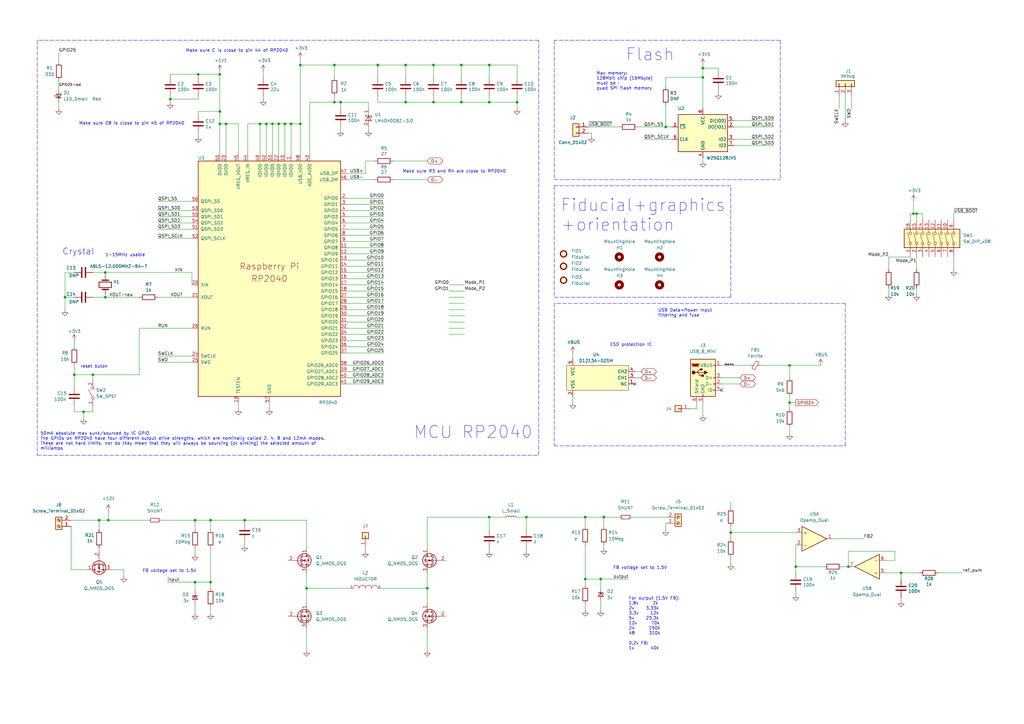
<source format=kicad_sch>
(kicad_sch (version 20211123) (generator eeschema)
  (paper "A3")
  (title_block (date "2022-12-24"))
  (junction (at 326.39 232.41))
  (junction (at 114.3 50.8))
  (junction (at 466.09 184.15))
  (junction (at 240.03 237.49))
  (junction (at 593.09 231.14))
  (junction (at 40.64 213.36))
  (junction (at 81.28 30.48))
  (junction (at 123.19 26.67))
  (junction (at 38.1 153.67))
  (junction (at 466.09 137.16))
  (junction (at 177.8 26.67))
  (junction (at 90.17 50.8))
  (junction (at 43.18 121.92))
  (junction (at 215.9 212.09))
  (junction (at 86.36 238.76))
  (junction (at 189.23 41.91))
  (junction (at 273.05 52.07))
  (junction (at 523.24 158.75))
  (junction (at 571.5 193.04))
  (junction (at 166.37 26.67))
  (junction (at 200.66 212.09))
  (junction (at 43.18 111.76))
  (junction (at 576.58 137.16))
  (junction (at 571.5 228.6))
  (junction (at 593.09 195.58))
  (junction (at 323.85 149.86))
  (junction (at 86.36 213.36))
  (junction (at 154.94 26.67))
  (junction (at 90.17 45.72))
  (junction (at 288.29 27.94))
  (junction (at 90.17 30.48))
  (junction (at 374.65 87.63))
  (junction (at 247.65 212.09))
  (junction (at 567.69 137.16))
  (junction (at 375.92 87.63))
  (junction (at 34.29 168.91))
  (junction (at 495.3 173.99))
  (junction (at 177.8 41.91))
  (junction (at 558.8 156.21))
  (junction (at 189.23 26.67))
  (junction (at 554.99 193.04))
  (junction (at 166.37 41.91))
  (junction (at 80.01 213.36))
  (junction (at 116.84 50.8))
  (junction (at 175.26 241.3))
  (junction (at 480.06 137.16))
  (junction (at 558.8 137.16))
  (junction (at 125.73 241.3))
  (junction (at 26.67 121.92))
  (junction (at 473.71 173.99))
  (junction (at 123.19 50.8))
  (junction (at 109.22 50.8))
  (junction (at 69.85 40.64))
  (junction (at 137.16 41.91))
  (junction (at 554.99 228.6))
  (junction (at 80.01 238.76))
  (junction (at 106.68 50.8))
  (junction (at 246.38 237.49))
  (junction (at 30.48 153.67))
  (junction (at 240.03 212.09))
  (junction (at 139.7 41.91))
  (junction (at 473.71 137.16))
  (junction (at 111.76 50.8))
  (junction (at 488.95 137.16))
  (junction (at 92.71 50.8))
  (junction (at 200.66 41.91))
  (junction (at 44.45 213.36))
  (junction (at 137.16 26.67))
  (junction (at 299.72 218.44))
  (junction (at 100.33 213.36))
  (junction (at 369.57 234.95))
  (junction (at 288.29 31.75))
  (junction (at 505.46 137.16))
  (junction (at 347.98 232.41))
  (junction (at 323.85 165.1))
  (junction (at 200.66 26.67))
  (junction (at 119.38 50.8))
  (junction (at 212.09 41.91))
  (no_connect (at 295.91 160.02))
  (no_connect (at 260.35 157.48))
  (polyline (pts (xy 227.33 16.51) (xy 227.33 73.66)))
  (wire (pts (xy 80.01 247.65) (xy 80.01 251.46)))
  (wire (pts (xy 142.24 106.68) (xy 157.48 106.68)))
  (wire (pts (xy 299.72 231.14) (xy 299.72 228.6)))
  (wire (pts (xy 125.73 257.81) (xy 125.73 266.7)))
  (wire (pts (xy 375.92 120.65) (xy 375.92 118.11)))
  (wire (pts (xy 567.69 137.16) (xy 576.58 137.16)))
  (wire (pts (xy 34.29 168.91) (xy 30.48 168.91)))
  (wire (pts (xy 109.22 50.8) (xy 111.76 50.8)))
  (wire (pts (xy 457.2 133.35) (xy 457.2 137.16)))
  (wire (pts (xy 40.64 213.36) (xy 40.64 217.17)))
  (wire (pts (xy 300.99 52.07) (xy 317.5 52.07)))
  (wire (pts (xy 38.1 153.67) (xy 57.15 153.67)))
  (wire (pts (xy 323.85 149.86) (xy 323.85 154.94)))
  (wire (pts (xy 142.24 71.12) (xy 149.86 71.12)))
  (wire (pts (xy 571.5 193.04) (xy 571.5 186.69)))
  (wire (pts (xy 100.33 222.25) (xy 100.33 223.52)))
  (polyline (pts (xy 227.33 76.2) (xy 227.33 121.92)))
  (wire (pts (xy 142.24 129.54) (xy 157.48 129.54)))
  (wire (pts (xy 273.05 35.56) (xy 273.05 31.75)))
  (wire (pts (xy 567.69 137.16) (xy 567.69 142.24)))
  (wire (pts (xy 116.84 50.8) (xy 119.38 50.8)))
  (wire (pts (xy 571.5 228.6) (xy 568.96 228.6)))
  (wire (pts (xy 299.72 215.9) (xy 299.72 218.44)))
  (wire (pts (xy 264.16 57.15) (xy 275.59 57.15)))
  (wire (pts (xy 30.48 153.67) (xy 30.48 158.75)))
  (wire (pts (xy 142.24 116.84) (xy 157.48 116.84)))
  (wire (pts (xy 373.38 90.17) (xy 373.38 87.63)))
  (wire (pts (xy 299.72 218.44) (xy 326.39 218.44)))
  (wire (pts (xy 24.13 21.59) (xy 24.13 25.4)))
  (wire (pts (xy 90.17 45.72) (xy 90.17 50.8)))
  (wire (pts (xy 123.19 63.5) (xy 123.19 50.8)))
  (wire (pts (xy 123.19 24.13) (xy 123.19 26.67)))
  (wire (pts (xy 347.98 226.06) (xy 367.03 226.06)))
  (wire (pts (xy 523.24 158.75) (xy 525.78 158.75)))
  (wire (pts (xy 34.29 168.91) (xy 34.29 171.45)))
  (wire (pts (xy 64.77 91.44) (xy 78.74 91.44)))
  (wire (pts (xy 558.8 137.16) (xy 567.69 137.16)))
  (wire (pts (xy 38.1 166.37) (xy 38.1 168.91)))
  (wire (pts (xy 24.13 33.02) (xy 24.13 36.83)))
  (wire (pts (xy 90.17 29.21) (xy 90.17 30.48)))
  (wire (pts (xy 125.73 213.36) (xy 100.33 213.36)))
  (wire (pts (xy 142.24 88.9) (xy 157.48 88.9)))
  (wire (pts (xy 273.05 31.75) (xy 288.29 31.75)))
  (wire (pts (xy 488.95 149.86) (xy 488.95 151.13)))
  (wire (pts (xy 364.49 105.41) (xy 364.49 110.49)))
  (wire (pts (xy 472.44 137.16) (xy 473.71 137.16)))
  (wire (pts (xy 142.24 149.86) (xy 157.48 149.86)))
  (wire (pts (xy 166.37 26.67) (xy 166.37 31.75)))
  (wire (pts (xy 341.63 220.98) (xy 354.33 220.98)))
  (wire (pts (xy 200.66 41.91) (xy 212.09 41.91)))
  (wire (pts (xy 86.36 224.79) (xy 86.36 238.76)))
  (wire (pts (xy 26.67 111.76) (xy 30.48 111.76)))
  (wire (pts (xy 142.24 96.52) (xy 157.48 96.52)))
  (wire (pts (xy 593.09 233.68) (xy 593.09 231.14)))
  (wire (pts (xy 247.65 212.09) (xy 240.03 212.09)))
  (wire (pts (xy 60.96 213.36) (xy 44.45 213.36)))
  (wire (pts (xy 92.71 50.8) (xy 90.17 50.8)))
  (wire (pts (xy 374.65 82.55) (xy 374.65 87.63)))
  (polyline (pts (xy 15.24 186.69) (xy 220.98 186.69)))
  (wire (pts (xy 29.21 233.68) (xy 29.21 215.9)))
  (wire (pts (xy 207.01 212.09) (xy 200.66 212.09)))
  (wire (pts (xy 69.85 40.64) (xy 81.28 40.64)))
  (wire (pts (xy 69.85 40.64) (xy 69.85 41.91)))
  (wire (pts (xy 86.36 213.36) (xy 80.01 213.36)))
  (wire (pts (xy 576.58 137.16) (xy 576.58 142.24)))
  (wire (pts (xy 125.73 224.79) (xy 125.73 213.36)))
  (wire (pts (xy 26.67 111.76) (xy 26.67 121.92)))
  (wire (pts (xy 300.99 49.53) (xy 317.5 49.53)))
  (wire (pts (xy 246.38 246.38) (xy 246.38 250.19)))
  (wire (pts (xy 125.73 241.3) (xy 125.73 234.95)))
  (wire (pts (xy 149.86 224.79) (xy 149.86 226.06)))
  (wire (pts (xy 558.8 151.13) (xy 558.8 156.21)))
  (wire (pts (xy 288.29 26.67) (xy 288.29 27.94)))
  (wire (pts (xy 261.62 52.07) (xy 273.05 52.07)))
  (wire (pts (xy 114.3 63.5) (xy 114.3 50.8)))
  (wire (pts (xy 69.85 30.48) (xy 81.28 30.48)))
  (wire (pts (xy 480.06 137.16) (xy 480.06 142.24)))
  (wire (pts (xy 142.24 99.06) (xy 157.48 99.06)))
  (wire (pts (xy 240.03 212.09) (xy 240.03 215.9)))
  (wire (pts (xy 78.74 146.05) (xy 64.77 146.05)))
  (wire (pts (xy 97.79 165.1) (xy 97.79 167.64)))
  (wire (pts (xy 295.91 157.48) (xy 303.53 157.48)))
  (wire (pts (xy 212.09 41.91) (xy 212.09 44.45)))
  (wire (pts (xy 123.19 26.67) (xy 137.16 26.67)))
  (wire (pts (xy 323.85 177.8) (xy 323.85 175.26)))
  (wire (pts (xy 38.1 153.67) (xy 38.1 156.21)))
  (wire (pts (xy 38.1 121.92) (xy 43.18 121.92)))
  (wire (pts (xy 90.17 30.48) (xy 90.17 45.72)))
  (wire (pts (xy 142.24 144.78) (xy 157.48 144.78)))
  (wire (pts (xy 142.24 119.38) (xy 157.48 119.38)))
  (wire (pts (xy 466.09 196.85) (xy 466.09 198.12)))
  (wire (pts (xy 495.3 181.61) (xy 495.3 173.99)))
  (wire (pts (xy 608.33 195.58) (xy 618.49 195.58)))
  (wire (pts (xy 184.15 132.08) (xy 190.5 132.08)))
  (wire (pts (xy 142.24 111.76) (xy 157.48 111.76)))
  (wire (pts (xy 80.01 213.36) (xy 66.04 213.36)))
  (wire (pts (xy 495.3 173.99) (xy 495.3 172.72)))
  (polyline (pts (xy 320.04 16.51) (xy 320.04 73.66)))
  (wire (pts (xy 142.24 152.4) (xy 157.48 152.4)))
  (wire (pts (xy 78.74 134.62) (xy 57.15 134.62)))
  (wire (pts (xy 90.17 50.8) (xy 90.17 63.5)))
  (wire (pts (xy 142.24 91.44) (xy 157.48 91.44)))
  (wire (pts (xy 273.05 52.07) (xy 275.59 52.07)))
  (wire (pts (xy 571.5 186.69) (xy 590.55 186.69)))
  (wire (pts (xy 151.13 41.91) (xy 139.7 41.91)))
  (wire (pts (xy 571.5 228.6) (xy 571.5 222.25)))
  (wire (pts (xy 505.46 153.67) (xy 505.46 158.75)))
  (wire (pts (xy 142.24 139.7) (xy 157.48 139.7)))
  (wire (pts (xy 346.71 39.37) (xy 346.71 49.53)))
  (wire (pts (xy 64.77 88.9) (xy 78.74 88.9)))
  (wire (pts (xy 142.24 124.46) (xy 157.48 124.46)))
  (wire (pts (xy 189.23 26.67) (xy 177.8 26.67)))
  (wire (pts (xy 363.22 234.95) (xy 369.57 234.95)))
  (wire (pts (xy 154.94 26.67) (xy 166.37 26.67)))
  (wire (pts (xy 369.57 234.95) (xy 377.19 234.95)))
  (polyline (pts (xy 320.04 16.51) (xy 227.33 16.51)))
  (wire (pts (xy 554.99 203.2) (xy 554.99 204.47)))
  (wire (pts (xy 326.39 232.41) (xy 326.39 223.52)))
  (wire (pts (xy 480.06 149.86) (xy 480.06 151.13)))
  (wire (pts (xy 391.16 105.41) (xy 391.16 110.49)))
  (wire (pts (xy 200.66 39.37) (xy 200.66 41.91)))
  (wire (pts (xy 505.46 137.16) (xy 518.16 137.16)))
  (wire (pts (xy 189.23 41.91) (xy 177.8 41.91)))
  (wire (pts (xy 40.64 224.79) (xy 40.64 226.06)))
  (wire (pts (xy 364.49 105.41) (xy 373.38 105.41)))
  (wire (pts (xy 254 212.09) (xy 247.65 212.09)))
  (wire (pts (xy 200.66 26.67) (xy 212.09 26.67)))
  (wire (pts (xy 97.79 63.5) (xy 97.79 50.8)))
  (wire (pts (xy 567.69 149.86) (xy 567.69 151.13)))
  (wire (pts (xy 184.15 116.84) (xy 190.5 116.84)))
  (wire (pts (xy 35.56 233.68) (xy 29.21 233.68)))
  (polyline (pts (xy 299.72 121.92) (xy 299.72 76.2)))
  (wire (pts (xy 149.86 66.04) (xy 149.86 71.12)))
  (wire (pts (xy 369.57 245.11) (xy 369.57 246.38)))
  (wire (pts (xy 375.92 105.41) (xy 375.92 110.49)))
  (wire (pts (xy 586.74 231.14) (xy 593.09 231.14)))
  (wire (pts (xy 184.15 119.38) (xy 190.5 119.38)))
  (wire (pts (xy 285.75 165.1) (xy 285.75 167.64)))
  (wire (pts (xy 246.38 237.49) (xy 246.38 241.3)))
  (wire (pts (xy 142.24 114.3) (xy 157.48 114.3)))
  (wire (pts (xy 78.74 148.59) (xy 64.77 148.59)))
  (wire (pts (xy 81.28 40.64) (xy 81.28 39.37)))
  (wire (pts (xy 480.06 137.16) (xy 488.95 137.16)))
  (polyline (pts (xy 15.24 16.51) (xy 15.24 186.69)))
  (wire (pts (xy 81.28 31.75) (xy 81.28 30.48)))
  (wire (pts (xy 375.92 87.63) (xy 378.46 87.63)))
  (wire (pts (xy 473.71 173.99) (xy 478.79 173.99)))
  (wire (pts (xy 80.01 227.33) (xy 80.01 224.79)))
  (wire (pts (xy 533.4 158.75) (xy 535.94 158.75)))
  (wire (pts (xy 473.71 173.99) (xy 473.71 165.1)))
  (wire (pts (xy 64.77 121.92) (xy 78.74 121.92)))
  (wire (pts (xy 142.24 81.28) (xy 157.48 81.28)))
  (wire (pts (xy 156.21 241.3) (xy 175.26 241.3)))
  (wire (pts (xy 177.8 41.91) (xy 166.37 41.91)))
  (wire (pts (xy 137.16 26.67) (xy 154.94 26.67)))
  (wire (pts (xy 86.36 251.46) (xy 86.36 248.92)))
  (wire (pts (xy 240.03 212.09) (xy 215.9 212.09)))
  (wire (pts (xy 554.99 231.14) (xy 554.99 228.6)))
  (wire (pts (xy 200.66 26.67) (xy 189.23 26.67)))
  (wire (pts (xy 142.24 142.24) (xy 157.48 142.24)))
  (wire (pts (xy 215.9 212.09) (xy 212.09 212.09)))
  (wire (pts (xy 473.71 137.16) (xy 480.06 137.16)))
  (wire (pts (xy 247.65 224.79) (xy 247.65 223.52)))
  (wire (pts (xy 119.38 50.8) (xy 123.19 50.8)))
  (wire (pts (xy 288.29 165.1) (xy 288.29 170.18)))
  (wire (pts (xy 234.95 165.1) (xy 234.95 162.56)))
  (wire (pts (xy 491.49 181.61) (xy 495.3 181.61)))
  (wire (pts (xy 378.46 87.63) (xy 378.46 90.17)))
  (wire (pts (xy 64.77 86.36) (xy 78.74 86.36)))
  (wire (pts (xy 273.05 43.18) (xy 273.05 52.07)))
  (wire (pts (xy 142.24 137.16) (xy 157.48 137.16)))
  (wire (pts (xy 161.29 66.04) (xy 175.26 66.04)))
  (wire (pts (xy 554.99 195.58) (xy 554.99 193.04)))
  (wire (pts (xy 367.03 226.06) (xy 367.03 229.87)))
  (wire (pts (xy 151.13 41.91) (xy 151.13 44.45)))
  (wire (pts (xy 486.41 173.99) (xy 495.3 173.99)))
  (wire (pts (xy 561.34 193.04) (xy 554.99 193.04)))
  (wire (pts (xy 24.13 41.91) (xy 24.13 44.45)))
  (polyline (pts (xy 227.33 73.66) (xy 320.04 73.66)))
  (wire (pts (xy 139.7 44.45) (xy 139.7 41.91)))
  (wire (pts (xy 212.09 39.37) (xy 212.09 41.91)))
  (wire (pts (xy 177.8 26.67) (xy 177.8 31.75)))
  (wire (pts (xy 142.24 157.48) (xy 157.48 157.48)))
  (wire (pts (xy 142.24 154.94) (xy 157.48 154.94)))
  (wire (pts (xy 260.35 154.94) (xy 262.89 154.94)))
  (wire (pts (xy 294.64 36.83) (xy 294.64 38.1)))
  (wire (pts (xy 30.48 139.7) (xy 30.48 142.24)))
  (wire (pts (xy 57.15 134.62) (xy 57.15 153.67)))
  (wire (pts (xy 81.28 46.99) (xy 81.28 45.72)))
  (wire (pts (xy 123.19 26.67) (xy 123.19 50.8)))
  (wire (pts (xy 81.28 30.48) (xy 90.17 30.48)))
  (wire (pts (xy 107.95 39.37) (xy 107.95 40.64)))
  (wire (pts (xy 323.85 165.1) (xy 323.85 167.64)))
  (wire (pts (xy 43.18 121.92) (xy 57.15 121.92)))
  (wire (pts (xy 142.24 121.92) (xy 157.48 121.92)))
  (wire (pts (xy 142.24 127) (xy 157.48 127)))
  (wire (pts (xy 323.85 149.86) (xy 336.55 149.86)))
  (wire (pts (xy 166.37 41.91) (xy 154.94 41.91)))
  (wire (pts (xy 212.09 31.75) (xy 212.09 26.67)))
  (wire (pts (xy 30.48 153.67) (xy 38.1 153.67)))
  (wire (pts (xy 551.18 193.04) (xy 554.99 193.04)))
  (wire (pts (xy 175.26 212.09) (xy 175.26 224.79)))
  (wire (pts (xy 247.65 212.09) (xy 247.65 215.9)))
  (wire (pts (xy 466.09 184.15) (xy 466.09 189.23)))
  (wire (pts (xy 593.09 205.74) (xy 593.09 207.01)))
  (wire (pts (xy 30.48 166.37) (xy 30.48 168.91)))
  (wire (pts (xy 295.91 149.86) (xy 307.34 149.86)))
  (wire (pts (xy 466.09 137.16) (xy 467.36 137.16)))
  (wire (pts (xy 558.8 137.16) (xy 558.8 143.51)))
  (wire (pts (xy 184.15 134.62) (xy 190.5 134.62)))
  (wire (pts (xy 125.73 247.65) (xy 125.73 241.3)))
  (wire (pts (xy 590.55 226.06) (xy 586.74 226.06)))
  (wire (pts (xy 473.71 157.48) (xy 473.71 137.16)))
  (wire (pts (xy 127 41.91) (xy 137.16 41.91)))
  (wire (pts (xy 551.18 161.29) (xy 551.18 193.04)))
  (wire (pts (xy 81.28 54.61) (xy 81.28 55.88)))
  (wire (pts (xy 78.74 116.84) (xy 78.74 111.76)))
  (wire (pts (xy 86.36 238.76) (xy 80.01 238.76)))
  (wire (pts (xy 294.64 27.94) (xy 288.29 27.94)))
  (wire (pts (xy 373.38 87.63) (xy 374.65 87.63)))
  (wire (pts (xy 38.1 111.76) (xy 43.18 111.76)))
  (wire (pts (xy 106.68 63.5) (xy 106.68 50.8)))
  (wire (pts (xy 184.15 121.92) (xy 190.5 121.92)))
  (wire (pts (xy 273.05 212.09) (xy 259.08 212.09)))
  (wire (pts (xy 476.25 179.07) (xy 473.71 179.07)))
  (wire (pts (xy 347.98 232.41) (xy 347.98 226.06)))
  (wire (pts (xy 586.74 195.58) (xy 593.09 195.58)))
  (wire (pts (xy 142.24 83.82) (xy 157.48 83.82)))
  (wire (pts (xy 326.39 242.57) (xy 326.39 243.84)))
  (wire (pts (xy 283.21 167.64) (xy 285.75 167.64)))
  (wire (pts (xy 488.95 137.16) (xy 505.46 137.16)))
  (wire (pts (xy 92.71 63.5) (xy 92.71 50.8)))
  (wire (pts (xy 571.5 222.25) (xy 590.55 222.25)))
  (wire (pts (xy 374.65 87.63) (xy 375.92 87.63)))
  (wire (pts (xy 384.81 234.95) (xy 394.97 234.95)))
  (wire (pts (xy 139.7 41.91) (xy 137.16 41.91)))
  (wire (pts (xy 466.09 137.16) (xy 466.09 157.48)))
  (wire (pts (xy 457.2 137.16) (xy 466.09 137.16)))
  (wire (pts (xy 78.74 97.79) (xy 64.77 97.79)))
  (wire (pts (xy 200.66 212.09) (xy 200.66 217.17)))
  (wire (pts (xy 109.22 63.5) (xy 109.22 50.8)))
  (wire (pts (xy 240.03 237.49) (xy 246.38 237.49)))
  (wire (pts (xy 69.85 31.75) (xy 69.85 30.48)))
  (wire (pts (xy 312.42 149.86) (xy 323.85 149.86)))
  (wire (pts (xy 367.03 229.87) (xy 363.22 229.87)))
  (wire (pts (xy 295.91 154.94) (xy 303.53 154.94)))
  (wire (pts (xy 593.09 195.58) (xy 600.71 195.58)))
  (wire (pts (xy 576.58 137.16) (xy 588.01 137.16)))
  (wire (pts (xy 40.64 213.36) (xy 29.21 213.36)))
  (wire (pts (xy 110.49 165.1) (xy 110.49 167.64)))
  (wire (pts (xy 106.68 50.8) (xy 109.22 50.8)))
  (wire (pts (xy 200.66 41.91) (xy 189.23 41.91)))
  (wire (pts (xy 38.1 168.91) (xy 34.29 168.91)))
  (wire (pts (xy 26.67 121.92) (xy 30.48 121.92)))
  (wire (pts (xy 44.45 213.36) (xy 40.64 213.36)))
  (wire (pts (xy 43.18 113.03) (xy 43.18 111.76)))
  (wire (pts (xy 500.38 172.72) (xy 500.38 228.6)))
  (wire (pts (xy 558.8 156.21) (xy 558.8 158.75)))
  (wire (pts (xy 139.7 52.07) (xy 139.7 53.34)))
  (wire (pts (xy 175.26 234.95) (xy 175.26 241.3)))
  (wire (pts (xy 323.85 162.56) (xy 323.85 165.1)))
  (wire (pts (xy 184.15 129.54) (xy 190.5 129.54)))
  (wire (pts (xy 189.23 39.37) (xy 189.23 41.91)))
  (wire (pts (xy 101.6 63.5) (xy 101.6 50.8)))
  (wire (pts (xy 523.24 144.78) (xy 523.24 158.75)))
  (wire (pts (xy 26.67 121.92) (xy 26.67 127)))
  (wire (pts (xy 528.32 137.16) (xy 558.8 137.16)))
  (wire (pts (xy 43.18 111.76) (xy 78.74 111.76)))
  (wire (pts (xy 154.94 26.67) (xy 154.94 31.75)))
  (wire (pts (xy 234.95 144.78) (xy 234.95 147.32)))
  (wire (pts (xy 288.29 64.77) (xy 288.29 66.04)))
  (wire (pts (xy 142.24 101.6) (xy 157.48 101.6)))
  (wire (pts (xy 142.24 109.22) (xy 157.48 109.22)))
  (wire (pts (xy 44.45 209.55) (xy 44.45 213.36)))
  (polyline (pts (xy 227.33 182.88) (xy 346.71 182.88)))
  (wire (pts (xy 125.73 241.3) (xy 143.51 241.3)))
  (wire (pts (xy 505.46 137.16) (xy 505.46 143.51)))
  (wire (pts (xy 50.8 233.68) (xy 45.72 233.68)))
  (wire (pts (xy 375.92 87.63) (xy 375.92 90.17)))
  (wire (pts (xy 608.33 231.14) (xy 618.49 231.14)))
  (wire (pts (xy 215.9 212.09) (xy 215.9 217.17)))
  (wire (pts (xy 142.24 73.66) (xy 153.67 73.66)))
  (wire (pts (xy 241.3 52.07) (xy 254 52.07)))
  (wire (pts (xy 175.26 241.3) (xy 175.26 247.65)))
  (polyline (pts (xy 227.33 124.46) (xy 227.33 182.88)))
  (wire (pts (xy 137.16 26.67) (xy 137.16 31.75)))
  (wire (pts (xy 554.99 238.76) (xy 554.99 240.03)))
  (wire (pts (xy 473.71 179.07) (xy 473.71 173.99)))
  (wire (pts (xy 154.94 39.37) (xy 154.94 41.91)))
  (polyline (pts (xy 220.98 186.69) (xy 220.98 16.51)))
  (wire (pts (xy 43.18 120.65) (xy 43.18 121.92)))
  (wire (pts (xy 369.57 237.49) (xy 369.57 234.95)))
  (wire (pts (xy 241.3 54.61) (xy 242.57 54.61)))
  (wire (pts (xy 184.15 124.46) (xy 190.5 124.46)))
  (wire (pts (xy 488.95 137.16) (xy 488.95 142.24)))
  (wire (pts (xy 177.8 26.67) (xy 166.37 26.67)))
  (wire (pts (xy 64.77 93.98) (xy 78.74 93.98)))
  (wire (pts (xy 200.66 26.67) (xy 200.66 31.75)))
  (wire (pts (xy 240.03 223.52) (xy 240.03 237.49)))
  (wire (pts (xy 590.55 222.25) (xy 590.55 226.06)))
  (wire (pts (xy 242.57 54.61) (xy 242.57 55.88)))
  (wire (pts (xy 142.24 132.08) (xy 157.48 132.08)))
  (wire (pts (xy 466.09 165.1) (xy 466.09 184.15)))
  (wire (pts (xy 391.16 87.63) (xy 391.16 90.17)))
  (wire (pts (xy 337.82 232.41) (xy 326.39 232.41)))
  (wire (pts (xy 50.8 233.68) (xy 50.8 236.22)))
  (wire (pts (xy 323.85 165.1) (xy 326.39 165.1)))
  (wire (pts (xy 137.16 41.91) (xy 137.16 39.37)))
  (wire (pts (xy 246.38 237.49) (xy 257.81 237.49)))
  (wire (pts (xy 497.84 148.59) (xy 497.84 157.48)))
  (wire (pts (xy 288.29 31.75) (xy 288.29 44.45)))
  (wire (pts (xy 175.26 212.09) (xy 200.66 212.09)))
  (wire (pts (xy 69.85 39.37) (xy 69.85 40.64)))
  (wire (pts (xy 500.38 228.6) (xy 554.99 228.6)))
  (wire (pts (xy 107.95 29.21) (xy 107.95 31.75)))
  (wire (pts (xy 189.23 26.67) (xy 189.23 31.75)))
  (polyline (pts (xy 346.71 124.46) (xy 227.33 124.46)))
  (wire (pts (xy 240.03 237.49) (xy 240.03 240.03)))
  (wire (pts (xy 476.25 184.15) (xy 466.09 184.15)))
  (wire (pts (xy 344.17 39.37) (xy 344.17 44.45)))
  (wire (pts (xy 142.24 134.62) (xy 157.48 134.62)))
  (wire (pts (xy 184.15 137.16) (xy 190.5 137.16)))
  (wire (pts (xy 111.76 50.8) (xy 114.3 50.8)))
  (wire (pts (xy 571.5 193.04) (xy 568.96 193.04)))
  (wire (pts (xy 161.29 73.66) (xy 175.26 73.66)))
  (wire (pts (xy 349.25 39.37) (xy 349.25 44.45)))
  (wire (pts (xy 80.01 213.36) (xy 80.01 217.17)))
  (wire (pts (xy 288.29 27.94) (xy 288.29 31.75)))
  (wire (pts (xy 149.86 66.04) (xy 153.67 66.04)))
  (wire (pts (xy 142.24 104.14) (xy 157.48 104.14)))
  (wire (pts (xy 364.49 120.65) (xy 364.49 118.11)))
  (wire (pts (xy 260.35 152.4) (xy 262.89 152.4)))
  (wire (pts (xy 142.24 86.36) (xy 157.48 86.36)))
  (wire (pts (xy 215.9 224.79) (xy 215.9 226.06)))
  (wire (pts (xy 142.24 93.98) (xy 157.48 93.98)))
  (wire (pts (xy 593.09 241.3) (xy 593.09 242.57)))
  (wire (pts (xy 100.33 213.36) (xy 86.36 213.36)))
  (wire (pts (xy 116.84 63.5) (xy 116.84 50.8)))
  (wire (pts (xy 326.39 234.95) (xy 326.39 232.41)))
  (wire (pts (xy 590.55 186.69) (xy 590.55 190.5)))
  (wire (pts (xy 111.76 63.5) (xy 111.76 50.8)))
  (wire (pts (xy 554.99 228.6) (xy 561.34 228.6)))
  (wire (pts (xy 101.6 50.8) (xy 106.68 50.8)))
  (wire (pts (xy 127 63.5) (xy 127 41.91)))
  (wire (pts (xy 294.64 29.21) (xy 294.64 27.94)))
  (wire (pts (xy 558.8 170.18) (xy 558.8 166.37)))
  (wire (pts (xy 81.28 45.72) (xy 90.17 45.72)))
  (wire (pts (xy 114.3 50.8) (xy 116.84 50.8)))
  (wire (pts (xy 78.74 82.55) (xy 64.77 82.55)))
  (wire (pts (xy 175.26 257.81) (xy 175.26 266.7)))
  (wire (pts (xy 86.36 238.76) (xy 86.36 241.3)))
  (wire (pts (xy 80.01 238.76) (xy 80.01 242.57)))
  (wire (pts (xy 240.03 250.19) (xy 240.03 247.65)))
  (wire (pts (xy 593.09 198.12) (xy 593.09 195.58)))
  (wire (pts (xy 551.18 156.21) (xy 558.8 156.21)))
  (wire (pts (xy 166.37 39.37) (xy 166.37 41.91)))
  (wire (pts (xy 300.99 59.69) (xy 317.5 59.69)))
  (wire (pts (xy 30.48 149.86) (xy 30.48 153.67)))
  (wire (pts (xy 184.15 127) (xy 190.5 127)))
  (wire (pts (xy 100.33 214.63) (xy 100.33 213.36)))
  (wire (pts (xy 86.36 213.36) (xy 86.36 217.17)))
  (wire (pts (xy 299.72 218.44) (xy 299.72 220.98)))
  (wire (pts (xy 97.79 50.8) (xy 92.71 50.8)))
  (polyline (pts (xy 346.71 182.88) (xy 346.71 124.46)))
  (polyline (pts (xy 220.98 16.51) (xy 15.24 16.51)))
  (wire (pts (xy 588.01 139.7) (xy 588.01 142.24)))
  (wire (pts (xy 505.46 158.75) (xy 523.24 158.75)))
  (wire (pts (xy 119.38 50.8) (xy 119.38 63.5)))
  (wire (pts (xy 576.58 149.86) (xy 576.58 151.13)))
  (wire (pts (xy 177.8 39.37) (xy 177.8 41.91)))
  (polyline (pts (xy 227.33 121.92) (xy 299.72 121.92)))
  (wire (pts (xy 80.01 238.76) (xy 68.58 238.76)))
  (polyline (pts (xy 299.72 76.2) (xy 227.33 76.2)))
  (wire (pts (xy 200.66 224.79) (xy 200.66 226.06)))
  (wire (pts (xy 590.55 190.5) (xy 586.74 190.5)))
  (wire (pts (xy 593.09 231.14) (xy 600.71 231.14)))
  (wire (pts (xy 273.05 214.63) (xy 273.05 217.17)))
  (wire (pts (xy 300.99 57.15) (xy 317.5 57.15)))
  (wire (pts (xy 347.98 232.41) (xy 345.44 232.41)))
  (wire (pts (xy 299.72 205.74) (xy 299.72 208.28)))
  (wire (pts (xy 151.13 53.34) (xy 151.13 52.07)))
  (text "reset buton" (at 33.02 151.13 0) (effects (font (size 1.27 1.27)) (justify left bottom)))
  (text "Fiducial+graphics\n+orientation" (at 229.87 95.25 0) (effects (font (size 5 5)) (justify left bottom)))
  (text "Flash" (at 256.54 25.4 0) (effects (font (size 5 5)) (justify left bottom)))
  (text "50mA absolute max sunk/sourced by IC GPIO\nThe GPIOs on RP2040 have four different output drive strengths, which are nominally called 2, 4, 8 and 12mA modes.\nThese are not hard limits, nor do they mean that they will always be sourcing (or sinking) the selected amount of\nmilliamps" (at 16.51 184.785 0) (effects (font (size 1.27 1.27)) (justify left bottom)))
  (text "ESD protection IC" (at 250.19 142.24 0) (effects (font (size 1.27 1.27)) (justify left bottom)))
  (text "Make sure R3 and R4 are close to RP2040" (at 165.1 71.12 0) (effects (font (size 1.27 1.27)) (justify left bottom)))
  (text "FB voltage set to 1.5V" (at 58.42 234.95 0) (effects (font (size 1.27 1.27)) (justify left bottom)))
  (text "USB Data+Power Input\nfiltering and fuse" (at 269.875 130.175 0) (effects (font (size 1.27 1.27)) (justify left bottom)))
  (text "with 12V in 2A\nout:                        inductor/FET current\n1v D= 8.8%  Imax=22.5A             48A\n3.3v        Imax=7.27A             14.5A\n5V          Imax=4.8A              9.6A                                              \n48V D=76%   Imax=0.5A              4.3A   \n120V        Imax=0.2A              4.3A                                             " (at -52.07 228.6 0) (effects (font (size 1.27 1.27)) (justify left bottom)))
  (text "Crystal" (at 25.527 104.775 0) (effects (font (size 2.54 2.54)) (justify left bottom)))
  (text "FB voltage set to 1.5V" (at 251.46 233.68 0) (effects (font (size 1.27 1.27)) (justify left bottom)))
  (text "MCU RP2040" (at 169.545 180.34 0) (effects (font (size 5 5)) (justify left bottom)))
  (text "1-15MHz usable" (at 43.18 105.41 0) (effects (font (size 1.27 1.27)) (justify left bottom)))
  (text "Make sure C8 is close to pin 45 of RP2040" (at 32.385 51.435 0) (effects (font (size 1.27 1.27)) (justify left bottom)))
  (text "For ourput (1.5V FB):\n1.8v      2k\n2v     3.33k\n3.3v     12k\n5v     23.3k\n12v      70k\n24      150k\n48      310k\n\n0.2v FB:\n1v       40k" (at 257.81 266.7 0) (effects (font (size 1.27 1.27)) (justify left bottom)))
  (text "Make sure C is close to pin 44 of RP2040" (at 76.2 21.59 0) (effects (font (size 1.27 1.27)) (justify left bottom)))
  (text "Max memory:\n128Mbit chip (16Mbyte)\nmust be :\nquad SPI flash memory" (at 244.602 37.084 0) (effects (font (size 1.27 1.27)) (justify left bottom)))
  (label "GPIO6" (at 157.48 96.52 180))
  (label "~{USB_BOOT}" (at 391.16 87.63 0))
  (label "Mode_P1" (at 375.92 107.95 180))
  (label "QSPI_SD3" (at 317.5 59.69 180))
  (label "Mode_P2" (at 190.5 119.38 0))
  (label "Mode_P2" (at 364.49 105.41 180))
  (label "GPIO25-led" (at 24.13 35.56 0) (effects (font (size 1 1))))
  (label "GPIO21" (at 157.48 134.62 180))
  (label "QSPI_SD0" (at 317.5 49.53 180))
  (label "GPIO22" (at 157.48 137.16 180))
  (label "QSPI_SD0" (at 64.77 86.36 0))
  (label "VBUS_RAW" (at 300.99 149.86 180) (effects (font (size 0.5 0.5))))
  (label "QSPI_SCLK" (at 64.77 97.79 0))
  (label "GPIO16" (at 157.48 121.92 180))
  (label "GPIO9" (at 157.48 104.14 180))
  (label "GPIO15" (at 157.48 119.38 180))
  (label "ref_pwm3" (at 618.49 231.14 0))
  (label "XOUT-raw" (at 54.61 121.92 180))
  (label "USB+" (at 143.51 71.12 0))
  (label "GPIO0" (at 184.15 116.84 180))
  (label "QSPI_SCLK" (at 264.16 57.15 0))
  (label "GPIO20" (at 157.48 132.08 180))
  (label "QSPI_SD3" (at 64.77 93.98 0))
  (label "QSPI_SD1" (at 64.77 88.9 0))
  (label "SWCLK" (at 64.77 146.05 0))
  (label "GPIO29_ADC3" (at 157.48 157.48 180))
  (label "GPIO0" (at 157.48 81.28 180))
  (label "Mode_P1" (at 190.5 116.84 0))
  (label "GPIO1" (at 157.48 83.82 180))
  (label "ref_pwm" (at 394.97 234.95 0))
  (label "XOUT" (at 74.93 121.92 180))
  (label "GPIO17" (at 157.48 124.46 180))
  (label "GPIO1" (at 184.15 119.38 180))
  (label "GPIO13" (at 157.48 114.3 180))
  (label "QSPI_SD1" (at 317.5 52.07 180))
  (label "RUN" (at 64.77 134.62 0))
  (label "GPIO4" (at 157.48 91.44 180))
  (label "QSPI_SD2" (at 64.77 91.44 0))
  (label "USB-" (at 143.51 73.66 0))
  (label "SWD" (at 64.77 148.59 0))
  (label "GPIO2" (at 157.48 86.36 180))
  (label "GPIO11" (at 157.48 109.22 180))
  (label "QSPI_SD2" (at 317.5 57.15 180))
  (label "GPIO25" (at 24.13 21.59 0))
  (label "GPIO10" (at 157.48 106.68 180))
  (label "GPIO5" (at 157.48 93.98 180))
  (label "GPIO25" (at 157.48 144.78 180))
  (label "GPIO18" (at 157.48 127 180))
  (label "QSPI_SS" (at 264.16 52.07 0))
  (label "GPIO19" (at 157.48 129.54 180))
  (label "GPIO23" (at 157.48 139.7 180))
  (label "GPIO12" (at 157.48 111.76 180))
  (label "FB2" (at 354.33 220.98 0))
  (label "SWD" (at 349.25 44.45 270))
  (label "GPIO26_ADC0" (at 157.48 149.86 180))
  (label "GPIO8" (at 157.48 101.6 180))
  (label "QSPI_SS" (at 64.77 82.55 0))
  (label "GPIO14" (at 157.48 116.84 180))
  (label "XIN" (at 74.93 111.76 180))
  (label "GPIO28_ADC2" (at 157.48 154.94 180))
  (label "GPIO3" (at 157.48 88.9 180))
  (label "ref_pwm2" (at 618.49 195.58 0))
  (label "SWCLK" (at 344.17 44.45 270))
  (label "~{USB_BOOT}" (at 241.3 52.07 0))
  (label "output" (at 257.81 237.49 180))
  (label "GPIO24" (at 157.48 142.24 180))
  (label "GPIO27_ADC1" (at 157.48 152.4 180))
  (label "input" (at 68.58 238.76 0))
  (label "GPIO7" (at 157.48 99.06 180))
  (global_label "D-" (shape bidirectional) (at 262.89 154.94 0) (property "Intersheet References" "${INTERSHEET_REFS}" (effects hide)))
  (global_label "GPIO24" (shape output) (at 326.39 165.1 0) (property "Intersheet References" "${INTERSHEET_REFS}" (effects hide)))
  (global_label "D-" (shape bidirectional) (at 175.26 73.66 0) (property "Intersheet References" "${INTERSHEET_REFS}" (effects hide)))
  (global_label "D+" (shape bidirectional) (at 175.26 66.04 0) (property "Intersheet References" "${INTERSHEET_REFS}" (effects hide)))
  (global_label "D+" (shape bidirectional) (at 262.89 152.4 0) (property "Intersheet References" "${INTERSHEET_REFS}" (effects hide)))
  (global_label "D-" (shape bidirectional) (at 303.53 157.48 0) (property "Intersheet References" "${INTERSHEET_REFS}" (effects hide)))
  (global_label "D+" (shape bidirectional) (at 303.53 154.94 0) (property "Intersheet References" "${INTERSHEET_REFS}" (effects hide)))
  (symbol (lib_id "power:GND") (at 288.29 66.04 0) (unit 1)
    (property "Reference" "#PWR015" (effects hide))
    (property "Value" "GND" (effects hide))
  )
  (symbol (lib_id "Device:R") (at 604.52 195.58 90) (unit 1)
    (property "Reference" "R35" (at 604.52 197.9422 90))
    (property "Value" "1k" (at 604.52 200.2536 90))
    (property "Footprint" "Resistor_SMD:R_0603_1608Metric_Pad0.98x0.95mm_HandSolder" (effects hide))
  )
  (symbol (lib_id "power:+3V3") (at 374.65 82.55 0) (unit 1)
    (property "Reference" "#PWR0103" (effects hide))
    (property "Value" "+3V3" (at 375.031 78.1558 0))
  )
  (symbol (lib_id "power:GND") (at 81.28 55.88 0) (unit 1)
    (property "Reference" "#PWR013" (effects hide))
    (property "Value" "GND" (effects hide))
  )
  (symbol (lib_id "power:GND") (at 558.8 170.18 0) (unit 1)
    (property "Reference" "#PWR045" (effects hide))
    (property "Value" "GND" (effects hide))
  )
  (symbol (lib_id "Device:Crystal") (at 43.18 116.84 270) (unit 1)
    (property "Reference" "Y1" (at 46.5074 115.6716 90) (effects (justify left)))
    (property "Value" "ABLS-12.000MHZ-B4-T" (at 36.83 109.22 90) (effects (justify left)))
    (property "Footprint" "Z_mycustom_footprint_lib:ATS120SM" (effects hide))
    (property "Datasheet" "https://ro.mouser.com/ProductDetail/774-ATS120SM" (effects hide))
  )
  (symbol (lib_id "Device:Q_NMOS_DGS") (at 177.8 252.73 0) (mirror y) (unit 1)
    (property "Reference" "Q4" (at 171.45 251.4599 0) (effects (justify left)))
    (property "Value" "Q_NMOS_DGS" (at 171.45 253.9999 0) (effects (justify left)))
  )
  (symbol (lib_id "Device:C") (at 34.29 121.92 90) (unit 1)
    (property "Reference" "C14" (at 31.115 120.65 90) (effects (justify left)))
    (property "Value" "DNP" (at 32.385 123.825 90) (effects (justify left)))
    (property "Footprint" "Capacitor_SMD:C_0805_2012Metric_Pad1.18x1.45mm_HandSolder" (effects hide))
  )
  (symbol (lib_id "power:GND") (at 151.13 53.34 0) (mirror y) (unit 1)
    (property "Reference" "#PWR012" (effects hide))
    (property "Value" "GND" (effects hide))
  )
  (symbol (lib_id "Device:R") (at 604.52 231.14 90) (unit 1)
    (property "Reference" "R37" (at 604.52 233.5022 90))
    (property "Value" "1k" (at 604.52 235.8136 90))
    (property "Footprint" "Resistor_SMD:R_0603_1608Metric_Pad0.98x0.95mm_HandSolder" (effects hide))
  )
  (symbol (lib_id "Device:R") (at 240.03 219.71 0) (mirror x) (unit 1)
    (property "Reference" "R13" (at 236.22 218.44 0))
    (property "Value" "e" (at 236.22 220.98 0))
    (property "Footprint" "Resistor_SMD:R_0603_1608Metric_Pad0.98x0.95mm_HandSolder" (effects hide))
  )
  (symbol (lib_id "power:GND") (at 567.69 151.13 0) (unit 1)
    (property "Reference" "#PWR043" (effects hide))
    (property "Value" "GND" (effects hide))
  )
  (symbol (lib_id "Device:Opamp_Dual") (at 543.56 158.75 0) (mirror y) (unit 1)
    (property "Reference" "U6" (at 538.48 163.83 0))
    (property "Value" "Opamp_Dual" (at 538.48 166.37 0))
  )
  (symbol (lib_id "power:GND") (at 247.65 224.79 0) (mirror y) (unit 1)
    (property "Reference" "#PWR030" (effects hide))
    (property "Value" "GND" (effects hide))
  )
  (symbol (lib_id "Device:C") (at 139.7 48.26 0) (unit 1)
    (property "Reference" "C11" (at 142.621 47.0916 0) (effects (justify left)))
    (property "Value" "100n" (at 142.621 49.403 0) (effects (justify left)))
    (property "Footprint" "Capacitor_SMD:C_0805_2012Metric_Pad1.18x1.45mm_HandSolder" (effects hide))
  )
  (symbol (lib_id "power:+3V3") (at 288.29 26.67 0) (unit 1)
    (property "Reference" "#PWR02" (effects hide))
    (property "Value" "+3V3" (at 288.671 22.2758 0))
  )
  (symbol (lib_id "Device:R") (at 86.36 245.11 180) (unit 1)
    (property "Reference" "R18" (at 90.17 243.84 0))
    (property "Value" "10k" (at 90.17 246.38 0))
    (property "Footprint" "Resistor_SMD:R_0603_1608Metric_Pad0.98x0.95mm_HandSolder" (effects hide))
  )
  (symbol (lib_id "power:GND") (at 80.01 251.46 0) (mirror y) (unit 1)
    (property "Reference" "#PWR036" (effects hide))
    (property "Value" "GND" (effects hide))
  )
  (symbol (lib_id "Connector_Generic:Conn_01x01") (at 149.86 219.71 90) (unit 1) (in_bom no)
    (property "Reference" "J7" (at 149.86 215.9 90))
    (property "Value" "Conn_01x01" (effects hide))
    (property "Footprint" "Connector_PinSocket_2.54mm:PinSocket_1x01_P2.54mm_Vertical" (effects hide))
  )
  (symbol (lib_id "power:GND") (at 375.92 120.65 0) (unit 1)
    (property "Reference" "#PWR0105" (effects hide))
    (property "Value" "GND" (effects hide))
  )
  (symbol (lib_id "power:GND") (at 50.8 236.22 0) (unit 1)
    (property "Reference" "#PWR028" (effects hide))
    (property "Value" "GND" (effects hide))
  )
  (symbol (lib_id "Device:C") (at 215.9 220.98 0) (unit 1)
    (property "Reference" "C18" (at 218.821 219.8116 0) (effects (justify left)))
    (property "Value" "z" (at 218.821 222.123 0) (effects (justify left)))
    (property "Footprint" "Capacitor_SMD:C_0805_2012Metric_Pad1.18x1.45mm_HandSolder" (effects hide))
  )
  (symbol (lib_id "power:+12V") (at 457.2 133.35 0) (unit 1)
    (property "Reference" "#PWR041" (effects hide))
    (property "Value" "+12V" (at 457.2 128.27 0))
  )
  (symbol (lib_id "Device:C") (at 81.28 50.8 0) (unit 1)
    (property "Reference" "C12" (at 84.201 49.6316 0) (effects (justify left)))
    (property "Value" "1u" (at 84.201 51.943 0) (effects (justify left)))
    (property "Footprint" "Capacitor_SMD:C_0805_2012Metric_Pad1.18x1.45mm_HandSolder" (effects hide))
  )
  (symbol (lib_id "Device:R") (at 466.09 193.04 0) (unit 1)
    (property "Reference" "R33" (at 462.28 191.5922 0))
    (property "Value" "100k" (at 462.28 193.9036 0))
    (property "Footprint" "Resistor_SMD:R_0603_1608Metric_Pad0.98x0.95mm_HandSolder" (effects hide))
  )
  (symbol (lib_id "Device:C") (at 30.48 162.56 0) (unit 1)
    (property "Reference" "C15" (at 23.495 161.29 0) (effects (justify left)))
    (property "Value" "100n" (at 22.225 163.83 0) (effects (justify left)))
    (property "Footprint" "Capacitor_SMD:C_0805_2012Metric_Pad1.18x1.45mm_HandSolder" (effects hide))
  )
  (symbol (lib_id "Device:C") (at 554.99 234.95 0) (unit 1)
    (property "Reference" "C25" (at 557.911 233.7816 0) (effects (justify left)))
    (property "Value" "100n" (at 557.911 236.093 0) (effects (justify left)))
    (property "Footprint" "Capacitor_SMD:C_0805_2012Metric_Pad1.18x1.45mm_HandSolder" (effects hide))
  )
  (symbol (lib_id "Device:R") (at 482.6 173.99 270) (unit 1)
    (property "Reference" "R32" (at 482.6 168.7322 90))
    (property "Value" "100k" (at 482.6 171.0436 90))
    (property "Footprint" "Resistor_SMD:R_0603_1608Metric_Pad0.98x0.95mm_HandSolder" (effects hide))
  )
  (symbol (lib_id "power:GND") (at 125.73 266.7 0) (unit 1)
    (property "Reference" "#PWR0101" (effects hide))
    (property "Value" "GND" (effects hide))
  )
  (symbol (lib_id "Device:C") (at 81.28 35.56 0) (unit 1)
    (property "Reference" "C3" (at 84.201 34.3916 0) (effects (justify left)))
    (property "Value" "100n" (at 84.201 36.703 0) (effects (justify left)))
    (property "Footprint" "Capacitor_SMD:C_0805_2012Metric_Pad1.18x1.45mm_HandSolder" (effects hide))
  )
  (symbol (lib_id "Device:R") (at 80.01 220.98 0) (mirror x) (unit 1)
    (property "Reference" "R15" (at 76.2 219.71 0))
    (property "Value" "10Meg" (at 74.93 222.25 0))
    (property "Footprint" "Resistor_SMD:R_0603_1608Metric_Pad0.98x0.95mm_HandSolder" (effects hide))
  )
  (symbol (lib_id "power:GND") (at 323.85 177.8 0) (unit 1)
    (property "Reference" "#PWR026" (effects hide))
    (property "Value" "GND" (effects hide))
  )
  (symbol (lib_id "Device:C") (at 593.09 201.93 0) (unit 1)
    (property "Reference" "C24" (at 596.011 200.7616 0) (effects (justify left)))
    (property "Value" "100n" (at 596.011 203.073 0) (effects (justify left)))
    (property "Footprint" "Capacitor_SMD:C_0805_2012Metric_Pad1.18x1.45mm_HandSolder" (effects hide))
  )
  (symbol (lib_id "Device:R") (at 341.63 232.41 90) (unit 1)
    (property "Reference" "R25" (at 341.63 234.7722 90))
    (property "Value" "1k" (at 341.63 237.0836 90))
    (property "Footprint" "Resistor_SMD:R_0603_1608Metric_Pad0.98x0.95mm_HandSolder" (effects hide))
  )
  (symbol (lib_id "Device:R") (at 323.85 158.75 0) (mirror x) (unit 1)
    (property "Reference" "R9" (at 320.04 157.48 0))
    (property "Value" "5k6" (at 320.04 160.02 0))
    (property "Footprint" "Resistor_SMD:R_0603_1608Metric_Pad0.98x0.95mm_HandSolder" (effects hide))
  )
  (symbol (lib_id "Mechanical:MountingHole") (at 254 116.84 0) (unit 1) (in_bom no)
    (property "Reference" "H3" (at 252.73 113.03 0) (effects (justify left)))
    (property "Value" "MountingHole" (at 247.65 110.49 0) (effects (justify left)))
    (property "Footprint" "MountingHole:MountingHole_3.2mm_M3" (effects hide))
  )
  (symbol (lib_id "power:+12V") (at 44.45 209.55 0) (unit 1)
    (property "Reference" "#PWR049" (effects hide))
    (property "Value" "+12V" (at 44.45 204.47 0))
  )
  (symbol (lib_id "Device:R_Small") (at 256.54 212.09 90) (unit 1)
    (property "Reference" "R11" (at 256.54 205.74 90))
    (property "Value" "SHUNT" (at 256.54 208.28 90))
  )
  (symbol (lib_id "Device:Opamp_Dual") (at 579.12 228.6 180) (unit 2)
    (property "Reference" "U7" (at 579.12 237.49 0))
    (property "Value" "Opamp_Dual" (at 579.12 240.03 0))
  )
  (symbol (lib_id "Device:C") (at 212.09 35.56 0) (unit 1)
    (property "Reference" "C10" (at 215.011 34.3916 0) (effects (justify left)))
    (property "Value" "100n" (at 215.011 36.703 0) (effects (justify left)))
    (property "Footprint" "Capacitor_SMD:C_0805_2012Metric_Pad1.18x1.45mm_HandSolder" (effects hide))
  )
  (symbol (lib_id "Connector_Generic:Conn_01x03") (at 346.71 34.29 90) (unit 1)
    (property "Reference" "J1" (at 346.71 29.21 90) (effects (justify right)))
    (property "Value" "debug" (at 344.805 31.115 90) (effects (justify right)))
    (property "Footprint" "Connector_PinSocket_2.54mm:PinSocket_1x03_P2.54mm_Vertical" (effects hide))
  )
  (symbol (lib_id "Device:C") (at 166.37 35.56 0) (unit 1)
    (property "Reference" "C6" (at 169.291 34.3916 0) (effects (justify left)))
    (property "Value" "100n" (at 169.291 36.703 0) (effects (justify left)))
    (property "Footprint" "Capacitor_SMD:C_0805_2012Metric_Pad1.18x1.45mm_HandSolder" (effects hide))
  )
  (symbol (lib_id "power:GND") (at 175.26 266.7 0) (unit 1)
    (property "Reference" "#PWR052" (effects hide))
    (property "Value" "GND" (effects hide))
  )
  (symbol (lib_id "Device:LED_Small") (at 24.13 39.37 90) (unit 1)
    (property "Reference" "D1" (at 26.035 38.0364 90) (effects (justify right)))
    (property "Value" "LED_Small  Red" (at 26.035 40.5764 90) (effects (justify right)))
    (property "Footprint" "LED_SMD:LED_0603_1608Metric_Pad1.05x0.95mm_HandSolder" (effects hide))
  )
  (symbol (lib_id "Device:C") (at 177.8 35.56 0) (unit 1)
    (property "Reference" "C7" (at 180.721 34.3916 0) (effects (justify left)))
    (property "Value" "100n" (at 180.721 36.703 0) (effects (justify left)))
    (property "Footprint" "Capacitor_SMD:C_0805_2012Metric_Pad1.18x1.45mm_HandSolder" (effects hide))
  )
  (symbol (lib_id "power:GND") (at 369.57 246.38 0) (unit 1)
    (property "Reference" "#PWR040" (effects hide))
    (property "Value" "GND" (effects hide))
  )
  (symbol (lib_id "My_custom_lib:D1213A-02SM") (at 245.11 157.48 0) (unit 1)
    (property "Reference" "U4" (at 244.475 145.415 0))
    (property "Value" "D1213A-02SM" (at 244.475 147.955 0))
    (property "Footprint" "Package_TO_SOT_SMD:SOT-23-5_HandSoldering" (effects hide))
  )
  (symbol (lib_id "Device:Q_NMOS_DGS") (at 123.19 252.73 0) (unit 1)
    (property "Reference" "Q3" (at 129.54 251.4599 0) (effects (justify left)))
    (property "Value" "Q_NMOS_DGS" (at 129.54 253.9999 0) (effects (justify left)))
  )
  (symbol (lib_id "Device:R") (at 157.48 66.04 270) (unit 1)
    (property "Reference" "R5" (at 157.48 60.7822 90))
    (property "Value" "27" (at 157.48 63.0936 90))
    (property "Footprint" "Resistor_SMD:R_0603_1608Metric_Pad0.98x0.95mm_HandSolder" (effects hide))
  )
  (symbol (lib_id "Device:R") (at 240.03 243.84 0) (mirror x) (unit 1)
    (property "Reference" "R17" (at 236.22 242.57 0))
    (property "Value" "10k" (at 236.22 245.11 0))
    (property "Footprint" "Resistor_SMD:R_0603_1608Metric_Pad0.98x0.95mm_HandSolder" (effects hide))
  )
  (symbol (lib_id "Device:Opamp_Dual") (at 334.01 220.98 0) (unit 1)
    (property "Reference" "U5" (at 334.01 210.82 0))
    (property "Value" "Opamp_Dual" (at 334.01 213.36 0))
  )
  (symbol (lib_id "power:GND") (at 326.39 243.84 0) (unit 1)
    (property "Reference" "#PWR039" (effects hide))
    (property "Value" "GND" (effects hide))
  )
  (symbol (lib_id "power:GND") (at 466.09 198.12 0) (unit 1)
    (property "Reference" "#PWR046" (effects hide))
    (property "Value" "GND" (effects hide))
  )
  (symbol (lib_id "Device:R") (at 565.15 193.04 90) (unit 1)
    (property "Reference" "R34" (at 565.15 195.4022 90))
    (property "Value" "1k" (at 565.15 197.7136 90))
    (property "Footprint" "Resistor_SMD:R_0603_1608Metric_Pad0.98x0.95mm_HandSolder" (effects hide))
  )
  (symbol (lib_id "Device:C") (at 189.23 35.56 0) (unit 1)
    (property "Reference" "C8" (at 192.151 34.3916 0) (effects (justify left)))
    (property "Value" "100n" (at 192.151 36.703 0) (effects (justify left)))
    (property "Footprint" "Capacitor_SMD:C_0805_2012Metric_Pad1.18x1.45mm_HandSolder" (effects hide))
  )
  (symbol (lib_id "power:GND") (at 149.86 226.06 0) (unit 1)
    (property "Reference" "#PWR0102" (effects hide))
    (property "Value" "GND" (effects hide))
  )
  (symbol (lib_id "Device:R") (at 466.09 161.29 0) (unit 1)
    (property "Reference" "R29" (at 462.28 159.8422 0))
    (property "Value" "10k" (at 462.28 162.1536 0))
    (property "Footprint" "Resistor_SMD:R_0603_1608Metric_Pad0.98x0.95mm_HandSolder" (effects hide))
  )
  (symbol (lib_id "power:GND") (at 24.13 44.45 0) (mirror y) (unit 1)
    (property "Reference" "#PWR09" (effects hide))
    (property "Value" "GND" (effects hide))
  )
  (symbol (lib_id "Device:R") (at 565.15 228.6 90) (unit 1)
    (property "Reference" "R36" (at 565.15 230.9622 90))
    (property "Value" "1k" (at 565.15 233.2736 90))
    (property "Footprint" "Resistor_SMD:R_0603_1608Metric_Pad0.98x0.95mm_HandSolder" (effects hide))
  )
  (symbol (lib_id "Device:C") (at 593.09 237.49 0) (unit 1)
    (property "Reference" "C26" (at 596.011 236.3216 0) (effects (justify left)))
    (property "Value" "100n" (at 596.011 238.633 0) (effects (justify left)))
    (property "Footprint" "Capacitor_SMD:C_0805_2012Metric_Pad1.18x1.45mm_HandSolder" (effects hide))
  )
  (symbol (lib_id "Device:C") (at 294.64 33.02 0) (unit 1)
    (property "Reference" "C1" (at 297.561 31.8516 0) (effects (justify left)))
    (property "Value" "100n" (at 297.561 34.163 0) (effects (justify left)))
    (property "Footprint" "Capacitor_SMD:C_0805_2012Metric_Pad1.18x1.45mm_HandSolder" (effects hide))
  )
  (symbol (lib_id "Device:Q_NMOS_DGS") (at 123.19 229.87 0) (unit 1)
    (property "Reference" "Q1" (at 129.54 228.5999 0) (effects (justify left)))
    (property "Value" "Q_NMOS_DGS" (at 129.54 231.1399 0) (effects (justify left)))
  )
  (symbol (lib_id "Mechanical:Fiducial") (at 231.14 114.935 0) (unit 1) (in_bom no)
    (property "Reference" "FID3" (at 234.315 113.6649 0) (effects (justify left)))
    (property "Value" "Fiducial" (at 234.315 116.2049 0) (effects (justify left)))
    (property "Footprint" "Symbol:OSHW-Logo2_14.6x12mm_SilkScreen" (effects hide))
  )
  (symbol (lib_id "power:+3V3") (at 123.19 24.13 0) (unit 1)
    (property "Reference" "#PWR01" (effects hide))
    (property "Value" "+3V3" (at 123.571 19.7358 0))
  )
  (symbol (lib_id "power:GND") (at 488.95 151.13 0) (unit 1)
    (property "Reference" "#PWR054" (effects hide))
    (property "Value" "GND" (effects hide))
  )
  (symbol (lib_id "Mechanical:Fiducial") (at 231.14 109.22 0) (unit 1) (in_bom no)
    (property "Reference" "FID2" (at 234.315 107.9499 0) (effects (justify left)))
    (property "Value" "Fiducial" (at 234.315 110.4899 0) (effects (justify left)))
    (property "Footprint" "Symbol:KiCad-Logo2_8mm_SilkScreen" (effects hide))
  )
  (symbol (lib_id "Device:Q_NMOS_DGS") (at 40.64 231.14 90) (mirror x) (unit 1)
    (property "Reference" "Q5" (at 40.64 238.76 90))
    (property "Value" "Q_NMOS_DGS" (at 40.64 241.3 90))
  )
  (symbol (lib_id "power:VBUS") (at 336.55 149.86 0) (unit 1)
    (property "Reference" "#PWR020" (effects hide))
    (property "Value" "VBUS" (at 336.931 145.4658 0))
  )
  (symbol (lib_id "Memory_Flash:W25Q128JVS") (at 288.29 54.61 0) (unit 1)
    (property "Reference" "U2" (at 279.4 44.45 0))
    (property "Value" "W25Q128JVS" (at 295.91 64.77 0))
    (property "Footprint" "Package_SO:SOIC-8_5.23x5.23mm_P1.27mm" (effects hide))
    (property "Datasheet" "http://www.winbond.com/resource-files/w25q128jv_dtr%20revc%2003272018%20plus.pdf" (effects hide))
  )
  (symbol (lib_id "power:GND") (at 554.99 204.47 0) (unit 1)
    (property "Reference" "#PWR047" (effects hide))
    (property "Value" "GND" (effects hide))
  )
  (symbol (lib_id "power:GND") (at 273.05 217.17 0) (mirror y) (unit 1)
    (property "Reference" "#PWR027" (effects hide))
    (property "Value" "GND" (effects hide))
  )
  (symbol (lib_id "Device:R") (at 257.81 52.07 270) (unit 1)
    (property "Reference" "R4" (at 257.81 46.8122 90))
    (property "Value" "1k" (at 257.81 49.1236 90))
    (property "Footprint" "Resistor_SMD:R_0603_1608Metric_Pad0.98x0.95mm_HandSolder" (effects hide))
  )
  (symbol (lib_id "Device:Opamp_Dual") (at 483.87 181.61 0) (mirror x) (unit 1)
    (property "Reference" "U8" (at 478.79 190.5 0) (effects (justify left)))
    (property "Value" "Opamp_Dual" (at 478.79 193.04 0) (effects (justify left)))
  )
  (symbol (lib_id "Device:C") (at 369.57 241.3 0) (unit 1)
    (property "Reference" "C20" (at 372.491 240.1316 0) (effects (justify left)))
    (property "Value" "100n" (at 372.491 242.443 0) (effects (justify left)))
    (property "Footprint" "Capacitor_SMD:C_0805_2012Metric_Pad1.18x1.45mm_HandSolder" (effects hide))
  )
  (symbol (lib_id "Device:C") (at 567.69 146.05 0) (unit 1)
    (property "Reference" "C21" (at 570.611 144.8816 0) (effects (justify left)))
    (property "Value" "z" (at 570.611 147.193 0) (effects (justify left)))
    (property "Footprint" "Capacitor_SMD:C_0805_2012Metric_Pad1.18x1.45mm_HandSolder" (effects hide))
  )
  (symbol (lib_id "power:GND") (at 234.95 165.1 0) (unit 1)
    (property "Reference" "#PWR021" (effects hide))
    (property "Value" "GND" (effects hide))
  )
  (symbol (lib_id "Device:C") (at 69.85 35.56 0) (unit 1)
    (property "Reference" "C2" (at 72.771 34.3916 0) (effects (justify left)))
    (property "Value" "100n" (at 72.771 36.703 0) (effects (justify left)))
    (property "Footprint" "Capacitor_SMD:C_0805_2012Metric_Pad1.18x1.45mm_HandSolder" (effects hide))
  )
  (symbol (lib_id "Device:R") (at 30.48 146.05 0) (mirror x) (unit 1)
    (property "Reference" "R8" (at 26.67 144.78 0))
    (property "Value" "10k" (at 26.67 147.32 0))
    (property "Footprint" "Resistor_SMD:R_0603_1608Metric_Pad0.98x0.95mm_HandSolder" (effects hide))
  )
  (symbol (lib_id "power:GND") (at 588.01 142.24 0) (mirror y) (unit 1)
    (property "Reference" "#PWR042" (effects hide))
    (property "Value" "GND" (effects hide))
  )
  (symbol (lib_id "pspice:INDUCTOR") (at 149.86 241.3 0) (unit 1)
    (property "Reference" "L2" (at 149.86 234.95 0))
    (property "Value" "INDUCTOR" (at 149.86 237.49 0))
  )
  (symbol (lib_id "Device:R") (at 529.59 158.75 90) (unit 1)
    (property "Reference" "R28" (at 529.59 161.1122 90))
    (property "Value" "10k" (at 529.59 163.4236 90))
    (property "Footprint" "Resistor_SMD:R_0603_1608Metric_Pad0.98x0.95mm_HandSolder" (effects hide))
  )
  (symbol (lib_id "Device:C") (at 554.99 199.39 0) (unit 1)
    (property "Reference" "C23" (at 557.911 198.2216 0) (effects (justify left)))
    (property "Value" "100n" (at 557.911 200.533 0) (effects (justify left)))
    (property "Footprint" "Capacitor_SMD:C_0805_2012Metric_Pad1.18x1.45mm_HandSolder" (effects hide))
  )
  (symbol (lib_id "Device:C") (at 34.29 111.76 90) (unit 1)
    (property "Reference" "C13" (at 31.115 109.855 90) (effects (justify left)))
    (property "Value" "DNP" (at 32.385 113.03 90) (effects (justify left)))
    (property "Footprint" "Capacitor_SMD:C_0805_2012Metric_Pad1.18x1.45mm_HandSolder" (effects hide))
  )
  (symbol (lib_id "Connector:Screw_Terminal_01x02") (at 593.09 139.7 0) (mirror x) (unit 1)
    (property "Reference" "J8" (at 593.09 130.81 0))
    (property "Value" "Screw_Terminal_01x02" (at 593.09 133.35 0))
  )
  (symbol (lib_id "Device:R") (at 364.49 114.3 0) (mirror x) (unit 1)
    (property "Reference" "R19" (at 367.03 118.11 0))
    (property "Value" "10k" (at 367.03 120.65 0))
    (property "Footprint" "Resistor_SMD:R_0603_1608Metric_Pad0.98x0.95mm_HandSolder" (effects hide))
  )
  (symbol (lib_id "Device:C") (at 100.33 218.44 0) (unit 1)
    (property "Reference" "C16" (at 103.251 217.2716 0) (effects (justify left)))
    (property "Value" "y" (at 103.251 219.583 0) (effects (justify left)))
    (property "Footprint" "Capacitor_SMD:C_0805_2012Metric_Pad1.18x1.45mm_HandSolder" (effects hide))
  )
  (symbol (lib_id "Connector:Screw_Terminal_01x02") (at 278.13 214.63 0) (mirror x) (unit 1)
    (property "Reference" "J5" (at 278.13 205.74 0))
    (property "Value" "Screw_Terminal_01x02" (at 278.13 208.28 0))
  )
  (symbol (lib_id "power:GND") (at 69.85 41.91 0) (unit 1)
    (property "Reference" "#PWR07" (effects hide))
    (property "Value" "GND" (effects hide))
  )
  (symbol (lib_id "MCU_RaspberryPi_RP2040:RP2040") (at 110.49 114.3 0) (unit 1)
    (property "Reference" "U3" (at 82.55 64.77 0))
    (property "Value" "RP2040" (at 134.62 165.1 0))
    (property "Footprint" "RP2040_minimal:RP2040-QFN-56" (effects hide))
  )
  (symbol (lib_id "Device:R_Small") (at 469.9 137.16 270) (unit 1)
    (property "Reference" "R22" (at 469.9 130.81 90))
    (property "Value" "SHUNT" (at 469.9 133.35 90))
  )
  (symbol (lib_id "Connector:USB_B_Mini") (at 288.29 154.94 0) (unit 1)
    (property "Reference" "J3" (at 288.29 141.605 0))
    (property "Value" "USB_B_Mini" (at 288.29 144.145 0))
    (property "Footprint" "Connector_USB:USB_A_Molex_67643_Horizontal" (effects hide))
  )
  (symbol (lib_id "Device:C") (at 200.66 35.56 0) (unit 1)
    (property "Reference" "C9" (at 203.581 34.3916 0) (effects (justify left)))
    (property "Value" "100n" (at 203.581 36.703 0) (effects (justify left)))
    (property "Footprint" "Capacitor_SMD:C_0805_2012Metric_Pad1.18x1.45mm_HandSolder" (effects hide))
  )
  (symbol (lib_id "power:GND") (at 554.99 240.03 0) (unit 1)
    (property "Reference" "#PWR050" (effects hide))
    (property "Value" "GND" (effects hide))
  )
  (symbol (lib_id "Mechanical:MountingHole") (at 254 105.41 0) (unit 1) (in_bom no)
    (property "Reference" "H1" (at 252.73 101.6 0) (effects (justify left)))
    (property "Value" "MountingHole" (at 247.65 99.06 0) (effects (justify left)))
    (property "Footprint" "MountingHole:MountingHole_3.2mm_M3" (effects hide))
  )
  (symbol (lib_id "Device:Q_PMOS_DGS") (at 523.24 139.7 270) (mirror x) (unit 1)
    (property "Reference" "Q6" (at 523.24 129.54 90))
    (property "Value" "Q_PMOS_DGS" (at 523.24 132.08 90))
  )
  (symbol (lib_id "Mechanical:MountingHole") (at 270.51 116.84 0) (unit 1) (in_bom no)
    (property "Reference" "H4" (at 269.24 113.03 0) (effects (justify left)))
    (property "Value" "MountingHole" (at 264.16 110.49 0) (effects (justify left)))
    (property "Footprint" "MountingHole:MountingHole_3.2mm_M3" (effects hide))
  )
  (symbol (lib_id "power:GND") (at 86.36 251.46 0) (mirror y) (unit 1)
    (property "Reference" "#PWR037" (effects hide))
    (property "Value" "GND" (effects hide))
  )
  (symbol (lib_id "power:GND") (at 110.49 167.64 0) (unit 1)
    (property "Reference" "#PWR023" (effects hide))
    (property "Value" "GND" (effects hide))
  )
  (symbol (lib_id "Mechanical:MountingHole") (at 270.51 105.41 0) (unit 1) (in_bom no)
    (property "Reference" "H2" (at 269.24 101.6 0) (effects (justify left)))
    (property "Value" "MountingHole" (at 264.16 99.06 0) (effects (justify left)))
    (property "Footprint" "MountingHole:MountingHole_3.2mm_M3" (effects hide))
  )
  (symbol (lib_id "Device:C") (at 200.66 220.98 0) (unit 1)
    (property "Reference" "C17" (at 203.581 219.8116 0) (effects (justify left)))
    (property "Value" "x" (at 203.581 222.123 0) (effects (justify left)))
    (property "Footprint" "Capacitor_SMD:C_0805_2012Metric_Pad1.18x1.45mm_HandSolder" (effects hide))
  )
  (symbol (lib_id "Device:L_Small") (at 209.55 212.09 90) (unit 1)
    (property "Reference" "L1" (at 209.55 207.01 90))
    (property "Value" "L_Small" (at 209.55 209.55 90))
  )
  (symbol (lib_id "power:GND") (at 139.7 53.34 0) (unit 1)
    (property "Reference" "#PWR011" (effects hide))
    (property "Value" "GND" (effects hide))
  )
  (symbol (lib_id "Device:R") (at 323.85 171.45 0) (mirror x) (unit 1)
    (property "Reference" "R10" (at 320.04 170.18 0))
    (property "Value" "10k" (at 320.04 172.72 0))
    (property "Footprint" "Resistor_SMD:R_0603_1608Metric_Pad0.98x0.95mm_HandSolder" (effects hide))
  )
  (symbol (lib_id "Device:C") (at 488.95 146.05 0) (unit 1)
    (property "Reference" "C28" (at 491.871 144.8816 0) (effects (justify left)))
    (property "Value" "z" (at 491.871 147.193 0) (effects (justify left)))
    (property "Footprint" "Capacitor_SMD:C_0805_2012Metric_Pad1.18x1.45mm_HandSolder" (effects hide))
  )
  (symbol (lib_id "power:GND") (at 294.64 38.1 0) (unit 1)
    (property "Reference" "#PWR05" (effects hide))
    (property "Value" "GND" (effects hide))
  )
  (symbol (lib_id "Device:R") (at 247.65 219.71 180) (unit 1)
    (property "Reference" "R14" (at 251.46 218.44 0))
    (property "Value" "10Meg" (at 252.73 220.98 0))
    (property "Footprint" "Resistor_SMD:R_0603_1608Metric_Pad0.98x0.95mm_HandSolder" (effects hide))
  )
  (symbol (lib_id "power:+1V1") (at 90.17 29.21 0) (unit 1)
    (property "Reference" "#PWR03" (effects hide))
    (property "Value" "+1V1" (at 90.551 24.8158 0))
  )
  (symbol (lib_id "Connector:Screw_Terminal_01x02") (at 24.13 215.9 180) (unit 1)
    (property "Reference" "J6" (at 24.13 207.01 0))
    (property "Value" "Screw_Terminal_01x02" (at 24.13 209.55 0))
  )
  (symbol (lib_id "Switch:SW_SPST") (at 38.1 161.29 90) (unit 1)
    (property "Reference" "SW2" (at 39.37 160.0199 90) (effects (justify right)))
    (property "Value" "SW_SPST" (at 39.37 162.5599 90) (effects (justify right)))
    (property "Footprint" "SamacSys_Parts:PTS526SK15SMTR2LFS" (effects hide))
  )
  (symbol (lib_id "Device:R") (at 558.8 147.32 0) (mirror x) (unit 1)
    (property "Reference" "R27" (at 554.99 146.05 0))
    (property "Value" "100k" (at 554.99 148.59 0))
    (property "Footprint" "Resistor_SMD:R_0603_1608Metric_Pad0.98x0.95mm_HandSolder" (effects hide))
  )
  (symbol (lib_id "Device:C") (at 154.94 35.56 0) (unit 1)
    (property "Reference" "C5" (at 157.861 34.3916 0) (effects (justify left)))
    (property "Value" "100n" (at 157.861 36.703 0) (effects (justify left)))
    (property "Footprint" "Capacitor_SMD:C_0805_2012Metric_Pad1.18x1.45mm_HandSolder" (effects hide))
  )
  (symbol (lib_id "Device:D_Zener_Small") (at 80.01 245.11 90) (mirror x) (unit 1)
    (property "Reference" "D3" (at 77.47 243.8399 90) (effects (justify left)))
    (property "Value" "3v" (at 77.47 246.3799 90) (effects (justify left)))
  )
  (symbol (lib_id "power:GND") (at 391.16 110.49 0) (unit 1)
    (property "Reference" "#PWR016" (effects hide))
    (property "Value" "GND" (effects hide))
  )
  (symbol (lib_id "power:GND") (at 288.29 170.18 0) (unit 1)
    (property "Reference" "#PWR024" (effects hide))
    (property "Value" "GND" (effects hide))
  )
  (symbol (lib_id "Device:R") (at 40.64 220.98 0) (unit 1)
    (property "Reference" "R21" (at 36.83 219.5322 0))
    (property "Value" "1k" (at 36.83 221.8436 0))
    (property "Footprint" "Resistor_SMD:R_0603_1608Metric_Pad0.98x0.95mm_HandSolder" (effects hide))
  )
  (symbol (lib_id "Device:R") (at 273.05 39.37 0) (unit 1)
    (property "Reference" "R3" (at 274.828 38.2016 0) (effects (justify left)))
    (property "Value" "DNF" (at 274.828 40.513 0) (effects (justify left)))
    (property "Footprint" "Resistor_SMD:R_0603_1608Metric_Pad0.98x0.95mm_HandSolder" (effects hide))
  )
  (symbol (lib_id "power:GND") (at 240.03 250.19 0) (unit 1)
    (property "Reference" "#PWR034" (effects hide))
    (property "Value" "GND" (effects hide))
  )
  (symbol (lib_id "Device:R") (at 24.13 29.21 0) (mirror x) (unit 1)
    (property "Reference" "R1" (at 20.32 27.94 0))
    (property "Value" "330" (at 20.32 30.48 0))
    (property "Footprint" "Resistor_SMD:R_0603_1608Metric_Pad0.98x0.95mm_HandSolder" (effects hide))
  )
  (symbol (lib_id "Device:C") (at 107.95 35.56 0) (unit 1)
    (property "Reference" "C4" (at 110.871 34.3916 0) (effects (justify left)))
    (property "Value" "22u" (at 110.871 36.703 0) (effects (justify left)))
    (property "Footprint" "Capacitor_SMD:C_0805_2012Metric_Pad1.18x1.45mm_HandSolder" (effects hide))
  )
  (symbol (lib_id "Device:R") (at 60.96 121.92 270) (unit 1)
    (property "Reference" "R7" (at 60.96 116.6622 90))
    (property "Value" "1k" (at 60.96 118.9736 90))
    (property "Footprint" "Resistor_SMD:R_0603_1608Metric_Pad0.98x0.95mm_HandSolder" (effects hide))
  )
  (symbol (lib_id "Device:FerriteBead_Small") (at 309.88 149.86 90) (unit 1)
    (property "Reference" "FB1" (at 309.8419 143.51 90))
    (property "Value" "Ferrite" (at 309.8419 146.05 90))
  )
  (symbol (lib_id "Device:C") (at 576.58 146.05 0) (unit 1)
    (property "Reference" "C22" (at 579.501 144.8816 0) (effects (justify left)))
    (property "Value" "z" (at 579.501 147.193 0) (effects (justify left)))
    (property "Footprint" "Capacitor_SMD:C_0805_2012Metric_Pad1.18x1.45mm_HandSolder" (effects hide))
  )
  (symbol (lib_id "power:GND") (at 593.09 207.01 0) (unit 1)
    (property "Reference" "#PWR048" (effects hide))
    (property "Value" "GND" (effects hide))
  )
  (symbol (lib_id "power:GND") (at 212.09 44.45 0) (unit 1)
    (property "Reference" "#PWR08" (effects hide))
    (property "Value" "GND" (effects hide))
  )
  (symbol (lib_id "Device:R") (at 375.92 114.3 0) (mirror x) (unit 1)
    (property "Reference" "R20" (at 373.38 118.11 0))
    (property "Value" "10k" (at 373.38 120.65 0))
    (property "Footprint" "Resistor_SMD:R_0603_1608Metric_Pad0.98x0.95mm_HandSolder" (effects hide))
  )
  (symbol (lib_id "Device:R") (at 381 234.95 90) (unit 1)
    (property "Reference" "R26" (at 381 237.3122 90))
    (property "Value" "1k" (at 381 239.6236 90))
    (property "Footprint" "Resistor_SMD:R_0603_1608Metric_Pad0.98x0.95mm_HandSolder" (effects hide))
  )
  (symbol (lib_id "Device:Q_PMOS_DGS") (at 502.92 148.59 0) (mirror x) (unit 1)
    (property "Reference" "Q7" (at 509.27 147.3199 0) (effects (justify left)))
    (property "Value" "Q_PMOS_DGS" (at 509.27 149.8599 0) (effects (justify left)))
  )
  (symbol (lib_id "power:GND") (at 26.67 127 0) (unit 1)
    (property "Reference" "#PWR017" (effects hide))
    (property "Value" "GND" (effects hide))
  )
  (symbol (lib_id "Device:R") (at 86.36 220.98 180) (unit 1)
    (property "Reference" "R16" (at 90.17 219.71 0))
    (property "Value" "e" (at 90.17 222.25 0))
    (property "Footprint" "Resistor_SMD:R_0603_1608Metric_Pad0.98x0.95mm_HandSolder" (effects hide))
  )
  (symbol (lib_id "Device:C") (at 326.39 238.76 0) (unit 1)
    (property "Reference" "C19" (at 329.311 237.5916 0) (effects (justify left)))
    (property "Value" "100n" (at 329.311 239.903 0) (effects (justify left)))
    (property "Footprint" "Capacitor_SMD:C_0805_2012Metric_Pad1.18x1.45mm_HandSolder" (effects hide))
  )
  (symbol (lib_id "Device:R") (at 299.72 212.09 0) (mirror x) (unit 1)
    (property "Reference" "R23" (at 295.91 210.82 0))
    (property "Value" "e" (at 295.91 213.36 0))
    (property "Footprint" "Resistor_SMD:R_0603_1608Metric_Pad0.98x0.95mm_HandSolder" (effects hide))
  )
  (symbol (lib_id "power:GND") (at 480.06 151.13 0) (unit 1)
    (property "Reference" "#PWR053" (effects hide))
    (property "Value" "GND" (effects hide))
  )
  (symbol (lib_id "power:GND") (at 593.09 242.57 0) (unit 1)
    (property "Reference" "#PWR051" (effects hide))
    (property "Value" "GND" (effects hide))
  )
  (symbol (lib_id "power:GND") (at 97.79 167.64 0) (unit 1)
    (property "Reference" "#PWR022" (effects hide))
    (property "Value" "GND" (effects hide))
  )
  (symbol (lib_id "Mechanical:Fiducial") (at 231.14 104.14 0) (unit 1) (in_bom no)
    (property "Reference" "FID1" (at 234.315 102.8699 0) (effects (justify left)))
    (property "Value" "Fiducial" (at 234.315 105.4099 0) (effects (justify left)))
    (property "Footprint" "Fiducial:Fiducial_0.5mm_Mask1mm" (effects hide))
  )
  (symbol (lib_id "power:GND") (at 100.33 223.52 0) (unit 1)
    (property "Reference" "#PWR029" (effects hide))
    (property "Value" "GND" (effects hide))
  )
  (symbol (lib_id "Device:D_Zener_Small") (at 246.38 243.84 270) (unit 1)
    (property "Reference" "D2" (at 248.92 242.5699 90) (effects (justify left)))
    (property "Value" "3v" (at 248.92 245.1099 90) (effects (justify left)))
  )
  (symbol (lib_id "power:GND") (at 34.29 171.45 0) (unit 1)
    (property "Reference" "#PWR025" (effects hide))
    (property "Value" "GND" (effects hide))
  )
  (symbol (lib_id "power:GND") (at 364.49 120.65 0) (unit 1)
    (property "Reference" "#PWR0106" (effects hide))
    (property "Value" "GND" (effects hide))
  )
  (symbol (lib_id "power:GND") (at 215.9 226.06 0) (unit 1)
    (property "Reference" "#PWR032" (effects hide))
    (property "Value" "GND" (effects hide))
  )
  (symbol (lib_id "Device:Opamp_Dual") (at 579.12 193.04 180) (unit 2)
    (property "Reference" "U6" (at 579.12 201.93 0))
    (property "Value" "Opamp_Dual" (at 579.12 204.47 0))
  )
  (symbol (lib_id "Device:Opamp_Dual") (at 497.84 165.1 270) (mirror x) (unit 1)
    (property "Reference" "U7" (at 504.19 166.37 90) (effects (justify left)))
    (property "Value" "Opamp_Dual" (at 504.19 163.83 90) (effects (justify left)))
  )
  (symbol (lib_id "Device:R") (at 558.8 162.56 0) (mirror x) (unit 1)
    (property "Reference" "R31" (at 562.61 161.29 0))
    (property "Value" "10k" (at 562.61 163.83 0))
    (property "Footprint" "Resistor_SMD:R_0603_1608Metric_Pad0.98x0.95mm_HandSolder" (effects hide))
  )
  (symbol (lib_id "power:VBUS") (at 234.95 144.78 0) (unit 1)
    (property "Reference" "#PWR019" (effects hide))
    (property "Value" "VBUS" (at 235.331 140.3858 0))
  )
  (symbol (lib_id "power:GND") (at 107.95 40.64 0) (unit 1)
    (property "Reference" "#PWR06" (effects hide))
    (property "Value" "GND" (effects hide))
  )
  (symbol (lib_id "Switch:SW_DIP_x08") (at 383.54 97.79 90) (unit 1)
    (property "Reference" "SW1" (at 394.97 96.5199 90) (effects (justify right)))
    (property "Value" "SW_DIP_x08" (at 394.97 99.0599 90) (effects (justify right)))
    (property "Footprint" "Button_Switch_THT:SW_DIP_SPSTx08_Slide_9.78x22.5mm_W7.62mm_P2.54mm" (effects hide))
  )
  (symbol (lib_id "power:+3V3") (at 30.48 139.7 0) (unit 1)
    (property "Reference" "#PWR018" (effects hide))
    (property "Value" "+3V3" (at 30.48 135.89 0))
  )
  (symbol (lib_id "Device:Q_NMOS_DGS") (at 177.8 229.87 0) (mirror y) (unit 1)
    (property "Reference" "Q2" (at 171.45 228.5999 0) (effects (justify left)))
    (property "Value" "Q_NMOS_DGS" (at 171.45 231.1399 0) (effects (justify left)))
  )
  (symbol (lib_id "Device:R") (at 299.72 224.79 0) (mirror x) (unit 1)
    (property "Reference" "R24" (at 295.91 223.52 0))
    (property "Value" "10k" (at 295.91 226.06 0))
    (property "Footprint" "Resistor_SMD:R_0603_1608Metric_Pad0.98x0.95mm_HandSolder" (effects hide))
  )
  (symbol (lib_id "power:GND") (at 80.01 227.33 0) (unit 1)
    (property "Reference" "#PWR033" (effects hide))
    (property "Value" "GND" (effects hide))
  )
  (symbol (lib_id "Device:R_Small") (at 63.5 213.36 90) (unit 1)
    (property "Reference" "R12" (at 63.5 207.01 90))
    (property "Value" "SHUNT" (at 63.5 209.55 90))
  )
  (symbol (lib_id "power:GND") (at 576.58 151.13 0) (unit 1)
    (property "Reference" "#PWR044" (effects hide))
    (property "Value" "GND" (effects hide))
  )
  (symbol (lib_id "Device:C") (at 480.06 146.05 0) (unit 1)
    (property "Reference" "C27" (at 482.981 144.8816 0) (effects (justify left)))
    (property "Value" "z" (at 482.981 147.193 0) (effects (justify left)))
    (property "Footprint" "Capacitor_SMD:C_0805_2012Metric_Pad1.18x1.45mm_HandSolder" (effects hide))
  )
  (symbol (lib_id "Connector_Generic:Conn_01x01") (at 278.13 167.64 180) (unit 1) (in_bom no)
    (property "Reference" "J4" (at 274.32 167.64 0))
    (property "Value" "Conn_01x01" (effects hide))
    (property "Footprint" "Connector_PinSocket_2.54mm:PinSocket_1x01_P2.54mm_Vertical" (effects hide))
  )
  (symbol (lib_id "Device:R") (at 157.48 73.66 270) (unit 1)
    (property "Reference" "R6" (at 157.48 68.4022 90))
    (property "Value" "27" (at 157.48 70.7136 90))
    (property "Footprint" "Resistor_SMD:R_0603_1608Metric_Pad0.98x0.95mm_HandSolder" (effects hide))
  )
  (symbol (lib_id "power:GND") (at 242.57 55.88 0) (unit 1)
    (property "Reference" "#PWR014" (effects hide))
    (property "Value" "GND" (effects hide))
  )
  (symbol (lib_id "power:GND") (at 200.66 226.06 0) (unit 1)
    (property "Reference" "#PWR031" (effects hide))
    (property "Value" "GND" (effects hide))
  )
  (symbol (lib_id "Device:Opamp_Dual") (at 355.6 232.41 180) (unit 2)
    (property "Reference" "U5" (at 355.6 241.3 0))
    (property "Value" "Opamp_Dual" (at 355.6 243.84 0))
  )
  (symbol (lib_id "power:GND") (at 346.71 49.53 0) (mirror y) (unit 1)
    (property "Reference" "#PWR010" (effects hide))
    (property "Value" "GND" (effects hide))
  )
  (symbol (lib_id "power:GND") (at 246.38 250.19 0) (unit 1)
    (property "Reference" "#PWR035" (effects hide))
    (property "Value" "GND" (effects hide))
  )
  (symbol (lib_id "power:+3V3") (at 107.95 29.21 0) (unit 1)
    (property "Reference" "#PWR04" (effects hide))
    (property "Value" "+3V3" (at 108.331 24.8158 0))
  )
  (symbol (lib_id "Device:R") (at 137.16 35.56 180) (unit 1)
    (property "Reference" "R2" (at 140.97 34.29 0))
    (property "Value" "1k" (at 140.97 36.83 0))
    (property "Footprint" "Resistor_SMD:R_0603_1608Metric_Pad0.98x0.95mm_HandSolder" (effects hide))
  )
  (symbol (lib_id "power:GND") (at 299.72 231.14 0) (unit 1)
    (property "Reference" "#PWR038" (effects hide))
    (property "Value" "GND" (effects hide))
  )
  (symbol (lib_id "Connector_Generic:Conn_01x02") (at 236.22 52.07 0) (mirror y) (unit 1)
    (property "Reference" "J2" (at 234.95 48.26 0))
    (property "Value" "Conn_01x02" (at 234.95 58.42 0))
    (property "Footprint" "Connector_PinHeader_2.54mm:PinHeader_1x02_P2.54mm_Vertical" (effects hide))
  )
  (symbol (lib_id "Reference_Voltage:LM4040DBZ-2.0") (at 151.13 48.26 90) (unit 1)
    (property "Reference" "U1" (at 153.67 46.9899 90) (effects (justify right)))
    (property "Value" "LM4040DBZ-3.0" (at 153.67 49.5299 90) (effects (justify right)))
    (property "Footprint" "Package_TO_SOT_SMD:SOT-23" (effects hide))
    (property "Datasheet" "http://www.ti.com/lit/ds/symlink/lm4040-n.pdf" (effects hide))
  )
  (symbol (lib_id "Device:R") (at 473.71 161.29 180) (unit 1)
    (property "Reference" "R30" (at 477.52 159.8422 0))
    (property "Value" "10k" (at 477.52 162.1536 0))
    (property "Footprint" "Resistor_SMD:R_0603_1608Metric_Pad0.98x0.95mm_HandSolder" (effects hide))
  )
)
</source>
